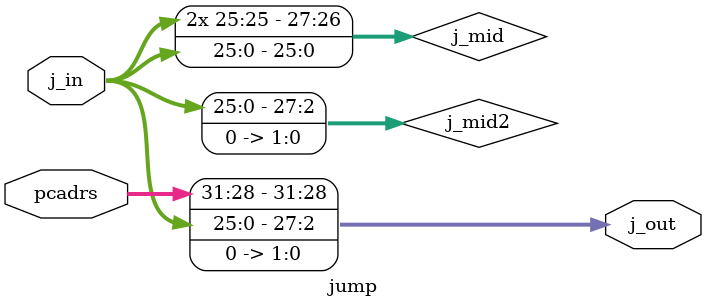
<source format=v>
module jump (j_in,pcadrs,j_out);
  input [25:0] j_in;
  input [31:0] pcadrs;
  output [31:0] j_out;
  
  wire [27:0] j_mid;
  wire [27:0] j_mid2;
  
  assign j_mid = {{2{j_in[25]}}, j_in};
  assign j_mid2 = j_mid << 2;
  assign j_out = {{pcadrs[31],pcadrs[30],pcadrs[29],pcadrs[28]}, j_mid2};
  
endmodule


</source>
